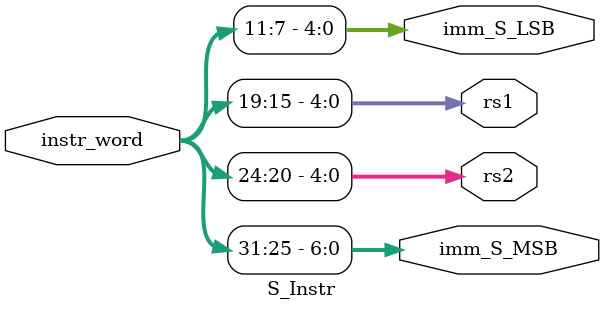
<source format=v>
`timescale 1ns / 1ps


module S_Instr(
    input [31:0] instr_word,
    output reg[6:0] imm_S_MSB,
    output reg[4:0] rs2,
    output reg[4:0] rs1,
    output reg[4:0] imm_S_LSB
    );
    always@(instr_word)
    begin
       imm_S_MSB = instr_word[31:25];
       rs2 = instr_word[24:20];
       rs1 = instr_word[19:15];
       imm_S_LSB = instr_word[11:7];
    end
endmodule

</source>
